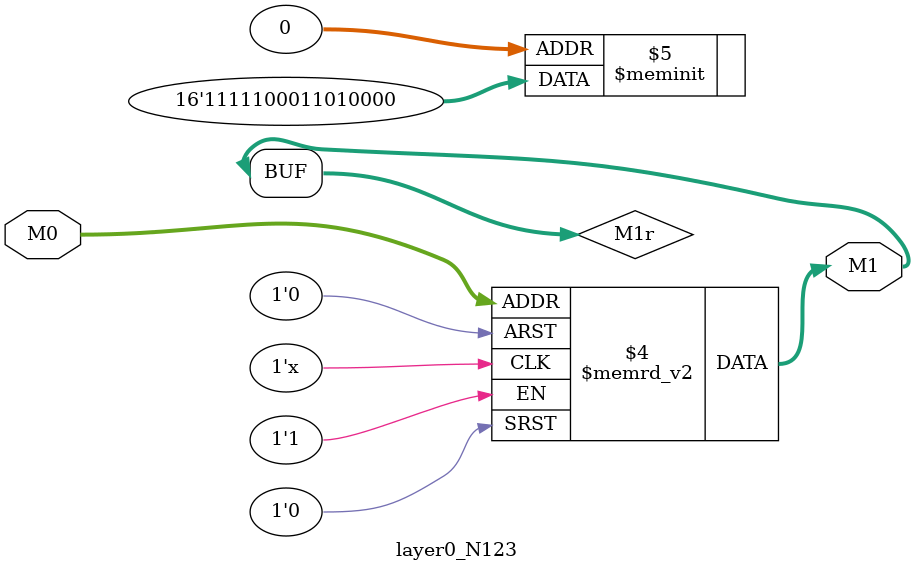
<source format=v>
module layer0_N123 ( input [2:0] M0, output [1:0] M1 );

	(*rom_style = "distributed" *) reg [1:0] M1r;
	assign M1 = M1r;
	always @ (M0) begin
		case (M0)
			3'b000: M1r = 2'b00;
			3'b100: M1r = 2'b00;
			3'b010: M1r = 2'b01;
			3'b110: M1r = 2'b11;
			3'b001: M1r = 2'b00;
			3'b101: M1r = 2'b10;
			3'b011: M1r = 2'b11;
			3'b111: M1r = 2'b11;

		endcase
	end
endmodule

</source>
